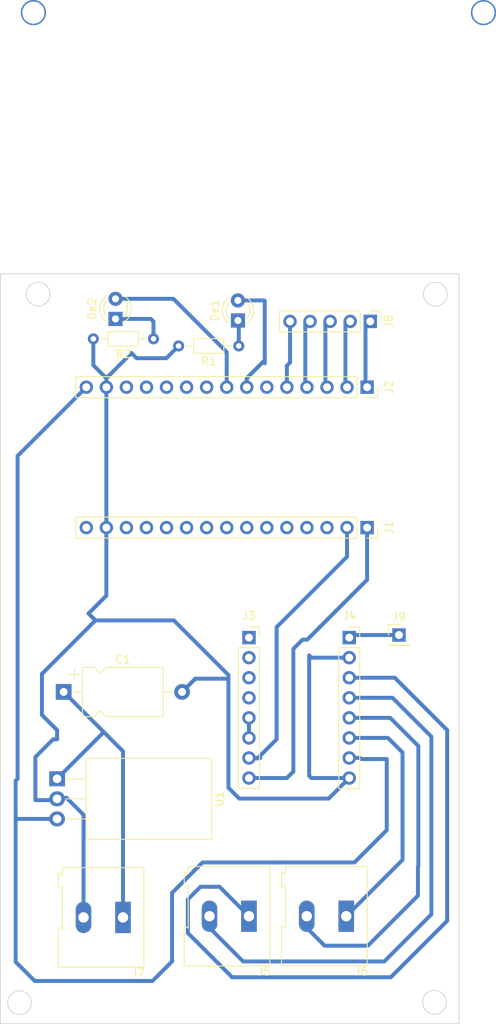
<source format=kicad_pcb>
(kicad_pcb (version 20221018) (generator pcbnew)
  (layers (0 "F.Cu" signal) (31 "B.Cu" signal) (34 "B.Paste" user) (35 "F.Paste" user) (36 "B.SilkS" user "B.Silkscreen") (37 "F.SilkS" user "F.Silkscreen") (38 "B.Mask" user) (39 "F.Mask" user) (44 "Edge.Cuts" user))
  (net 0 "")
  (net 1 "GND")
  (net 7 "12V+")
  (net 11 "Net-(De2-K)")
  (net 12 "Net-(De2-A)")
  (net 16 "step")
  (net 17 "Net-(De1-K)")
  (net 18 "Net-(De1-A)")
  (net 23 "Net-(J3-Pin_5)")
  (net 24 "Net-(J4-Pin_3)")
  (net 25 "Net-(J4-Pin_4)")
  (net 26 "Net-(J4-Pin_5)")
  (net 27 "Net-(J4-Pin_6)")
  (net 29 "dir")
  (net 34 "VDD")
  (net 35 "Net-(J2-Pin_1)")
  (net 36 "Net-(J2-Pin_2)")
  (net 37 "Net-(J2-Pin_3)")
  (net 38 "Net-(J2-Pin_4)")
  (net 39 "Net-(J2-Pin_5)")
  (net 40 "Net-(J4-Pin_1)")
  (footprint "Connector_PinSocket_2.54mm:PinSocket_1x08_P2.54mm_Vertical" (layer "F.Cu") (at 127 117.125)
    (fp_text reference "J4" (at 0 -2.77) (layer "F.SilkS"))
    (fp_text value "Conn_01x08_Socket")
    (fp_line (start -1.33 1.27) (end -1.33 19.11) (stroke (width 0.12)) (layer "F.SilkS"))
    (fp_line (start -1.33 1.27) (end 1.33 1.27) (stroke (width 0.12)) (layer "F.SilkS"))
    (fp_line (start -1.33 19.11) (end 1.33 19.11) (stroke (width 0.12)) (layer "F.SilkS"))
    (fp_line (start 0 -1.33) (end 1.33 -1.33) (stroke (width 0.12)) (layer "F.SilkS"))
    (fp_line (start 1.33 -1.33) (end 1.33 0) (stroke (width 0.12)) (layer "F.SilkS"))
    (fp_line (start 1.33 1.27) (end 1.33 19.11) (stroke (width 0.12)) (layer "F.SilkS"))
    (pad "1" thru_hole rect (at 0 0) (size 1.7 1.7) (drill 1) (layers "*.Cu" "*.Mask") (net 40 "Net-(J4-Pin_1)"))
    (pad "2" thru_hole oval (at 0 2.54) (size 1.7 1.7) (drill 1) (layers "*.Cu" "*.Mask") (net 1 "GND"))
    (pad "3" thru_hole oval (at 0 5.08) (size 1.7 1.7) (drill 1) (layers "*.Cu" "*.Mask") (net 24 "Net-(J4-Pin_3)"))
    (pad "4" thru_hole oval (at 0 7.62) (size 1.7 1.7) (drill 1) (layers "*.Cu" "*.Mask") (net 25 "Net-(J4-Pin_4)"))
    (pad "5" thru_hole oval (at 0 10.16) (size 1.7 1.7) (drill 1) (layers "*.Cu" "*.Mask") (net 26 "Net-(J4-Pin_5)"))
    (pad "6" thru_hole oval (at 0 12.7) (size 1.7 1.7) (drill 1) (layers "*.Cu" "*.Mask") (net 27 "Net-(J4-Pin_6)"))
    (pad "7" thru_hole oval (at 0 15.24) (size 1.7 1.7) (drill 1) (layers "*.Cu" "*.Mask") (net 34 "VDD"))
    (pad "8" thru_hole oval (at 0 17.78) (size 1.7 1.7) (drill 1) (layers "*.Cu" "*.Mask") (net 1 "GND"))
  )
  (footprint "Connector_PinSocket_2.54mm:PinSocket_1x08_P2.54mm_Vertical" (layer "F.Cu") (at 114.3 117.125)
    (fp_text reference "J3" (at 0 -2.77) (layer "F.SilkS"))
    (fp_text value "Conn_01x08_Socket" hide)
    (fp_line (start -1.33 1.27) (end -1.33 19.11) (stroke (width 0.12)) (layer "F.SilkS"))
    (fp_line (start -1.33 1.27) (end 1.33 1.27) (stroke (width 0.12)) (layer "F.SilkS"))
    (fp_line (start -1.33 19.11) (end 1.33 19.11) (stroke (width 0.12)) (layer "F.SilkS"))
    (fp_line (start 0 -1.33) (end 1.33 -1.33) (stroke (width 0.12)) (layer "F.SilkS"))
    (fp_line (start 1.33 -1.33) (end 1.33 0) (stroke (width 0.12)) (layer "F.SilkS"))
    (fp_line (start 1.33 1.27) (end 1.33 19.11) (stroke (width 0.12)) (layer "F.SilkS"))
    (pad "1" thru_hole rect (at 0 0) (size 1.7 1.7) (drill 1) (layers "*.Cu" "*.Mask"))
    (pad "2" thru_hole oval (at 0 2.54) (size 1.7 1.7) (drill 1) (layers "*.Cu" "*.Mask"))
    (pad "3" thru_hole oval (at 0 5.08) (size 1.7 1.7) (drill 1) (layers "*.Cu" "*.Mask"))
    (pad "4" thru_hole oval (at 0 7.62) (size 1.7 1.7) (drill 1) (layers "*.Cu" "*.Mask"))
    (pad "5" thru_hole oval (at 0 10.16) (size 1.7 1.7) (drill 1) (layers "*.Cu" "*.Mask") (net 23 "Net-(J3-Pin_5)"))
    (pad "6" thru_hole oval (at 0 12.7) (size 1.7 1.7) (drill 1) (layers "*.Cu" "*.Mask") (net 23 "Net-(J3-Pin_5)"))
    (pad "7" thru_hole oval (at 0 15.24) (size 1.7 1.7) (drill 1) (layers "*.Cu" "*.Mask") (net 16 "step"))
    (pad "8" thru_hole oval (at 0 17.78) (size 1.7 1.7) (drill 1) (layers "*.Cu" "*.Mask") (net 29 "dir"))
  )
  (footprint "TerminalBlock:TerminalBlock_Altech_AK300-2_P5.00mm" (layer "F.Cu") (at 98.3488 152.5524 180)
    (fp_text reference "J7" (at -1.92 -6.99) (layer "F.SilkS"))
    (fp_text value "Screw_Terminal_01x02")
    (fp_line (start -2.65 -6.3) (end -2.65 6.3) (stroke (width 0.12)) (layer "F.SilkS"))
    (fp_line (start -2.65 6.3) (end 7.7 6.3) (stroke (width 0.12)) (layer "F.SilkS"))
    (fp_line (start 7.7 -1.5) (end 8.2 -1.2) (stroke (width 0.12)) (layer "F.SilkS"))
    (fp_line (start 7.7 3.9) (end 7.7 -1.5) (stroke (width 0.12)) (layer "F.SilkS"))
    (fp_line (start 7.7 5.35) (end 8.2 5.6) (stroke (width 0.12)) (layer "F.SilkS"))
    (fp_line (start 7.7 6.3) (end 7.7 5.35) (stroke (width 0.12)) (layer "F.SilkS"))
    (fp_line (start 8.2 -6.3) (end -2.65 -6.3) (stroke (width 0.12)) (layer "F.SilkS"))
    (fp_line (start 8.2 -1.2) (end 8.2 -6.3) (stroke (width 0.12)) (layer "F.SilkS"))
    (fp_line (start 8.2 3.65) (end 7.7 3.9) (stroke (width 0.12)) (layer "F.SilkS"))
    (fp_line (start 8.2 3.7) (end 8.2 3.65) (stroke (width 0.12)) (layer "F.SilkS"))
    (fp_line (start 8.2 5.6) (end 8.2 3.7) (stroke (width 0.12)) (layer "F.SilkS"))
    (pad "1" thru_hole rect (at 0 0 180) (size 1.98 3.96) (drill 1.32) (layers "*.Cu" "*.Mask") (net 7 "12V+"))
    (pad "2" thru_hole oval (at 5 0 180) (size 1.98 3.96) (drill 1.32) (layers "*.Cu" "*.Mask") (net 1 "GND"))
  )
  (footprint "LED_THT:LED_D3.0mm_Clear" (layer "F.Cu") (at 112.9 76.975 90)
    (fp_text reference "De1" (at 1.27 -2.96 90) (layer "F.SilkS"))
    (fp_text value "LED")
    (fp_line (start -0.29 -1.236) (end -0.29 -1.08) (stroke (width 0.12)) (layer "F.SilkS"))
    (fp_line (start -0.29 1.08) (end -0.29 1.236) (stroke (width 0.12)) (layer "F.SilkS"))
    (fp_arc (start -0.29 -1.235516) (mid 1.366487 -1.987659) (end 2.942335 -1.078608) (stroke (width 0.12)) (layer "F.SilkS"))
    (fp_arc (start 0.229039 -1.08) (mid 1.270117 -1.5) (end 2.31113 -1.079837) (stroke (width 0.12)) (layer "F.SilkS"))
    (fp_arc (start 2.31113 1.079837) (mid 1.270117 1.5) (end 0.229039 1.08) (stroke (width 0.12)) (layer "F.SilkS"))
    (fp_arc (start 2.942335 1.078608) (mid 1.366487 1.987659) (end -0.29 1.235516) (stroke (width 0.12)) (layer "F.SilkS"))
    (pad "1" thru_hole rect (at 0 0 90) (size 1.8 1.8) (drill 0.9) (layers "*.Cu" "*.Mask") (net 17 "Net-(De1-K)"))
    (pad "2" thru_hole circle (at 2.54 0 90) (size 1.8 1.8) (drill 0.9) (layers "*.Cu" "*.Mask") (net 18 "Net-(De1-A)"))
  )
  (footprint "Connector_PinHeader_2.54mm:PinHeader_1x01_P2.54mm_Vertical" (layer "F.Cu") (at 133.3 116.8)
    (fp_text reference "J9" (at 0 -2.33) (layer "F.SilkS"))
    (fp_text value "PicKit")
    (fp_line (start -1.33 -1.33) (end 0 -1.33) (stroke (width 0.12)) (layer "F.SilkS"))
    (fp_line (start -1.33 0) (end -1.33 -1.33) (stroke (width 0.12)) (layer "F.SilkS"))
    (fp_line (start -1.33 1.27) (end -1.33 1.33) (stroke (width 0.12)) (layer "F.SilkS"))
    (fp_line (start -1.33 1.27) (end 1.33 1.27) (stroke (width 0.12)) (layer "F.SilkS"))
    (fp_line (start -1.33 1.33) (end 1.33 1.33) (stroke (width 0.12)) (layer "F.SilkS"))
    (fp_line (start 1.33 1.27) (end 1.33 1.33) (stroke (width 0.12)) (layer "F.SilkS"))
    (pad "1" thru_hole rect (at 0 0) (size 1.7 1.7) (drill 1) (layers "*.Cu" "*.Mask") (net 40 "Net-(J4-Pin_1)"))
  )
  (footprint "Capacitor_THT:CP_Axial_L10.0mm_D6.0mm_P15.00mm_Horizontal" (layer "F.Cu") (at 90.8304 124.0028)
    (fp_text reference "C1" (at 7.5 -4.12) (layer "F.SilkS"))
    (fp_text value "100u")
    (fp_line (start 0.63 -2.2) (end 2.13 -2.2) (stroke (width 0.12)) (layer "F.SilkS"))
    (fp_line (start 1.24 0) (end 2.38 0) (stroke (width 0.12)) (layer "F.SilkS"))
    (fp_line (start 1.38 -2.95) (end 1.38 -1.45) (stroke (width 0.12)) (layer "F.SilkS"))
    (fp_line (start 2.38 -3.12) (end 2.38 3.12) (stroke (width 0.12)) (layer "F.SilkS"))
    (fp_line (start 2.38 -3.12) (end 3.88 -3.12) (stroke (width 0.12)) (layer "F.SilkS"))
    (fp_line (start 2.38 3.12) (end 3.88 3.12) (stroke (width 0.12)) (layer "F.SilkS"))
    (fp_line (start 3.88 -3.12) (end 4.63 -2.37) (stroke (width 0.12)) (layer "F.SilkS"))
    (fp_line (start 3.88 3.12) (end 4.63 2.37) (stroke (width 0.12)) (layer "F.SilkS"))
    (fp_line (start 4.63 -2.37) (end 5.38 -3.12) (stroke (width 0.12)) (layer "F.SilkS"))
    (fp_line (start 4.63 2.37) (end 5.38 3.12) (stroke (width 0.12)) (layer "F.SilkS"))
    (fp_line (start 5.38 -3.12) (end 12.62 -3.12) (stroke (width 0.12)) (layer "F.SilkS"))
    (fp_line (start 5.38 3.12) (end 12.62 3.12) (stroke (width 0.12)) (layer "F.SilkS"))
    (fp_line (start 12.62 -3.12) (end 12.62 3.12) (stroke (width 0.12)) (layer "F.SilkS"))
    (fp_line (start 13.76 0) (end 12.62 0) (stroke (width 0.12)) (layer "F.SilkS"))
    (pad "1" thru_hole rect (at 0 0) (size 2 2) (drill 1) (layers "*.Cu" "*.Mask") (net 7 "12V+"))
    (pad "2" thru_hole oval (at 15 0) (size 2 2) (drill 1) (layers "*.Cu" "*.Mask") (net 1 "GND"))
  )
  (footprint "TerminalBlock:TerminalBlock_Altech_AK300-2_P5.00mm" (layer "F.Cu") (at 114.3 152.4 180)
    (fp_text reference "J5" (at -1.92 -6.99) (layer "F.SilkS"))
    (fp_text value "Screw_Terminal_01x02" hide)
    (fp_line (start -2.65 -6.3) (end -2.65 6.3) (stroke (width 0.12)) (layer "F.SilkS"))
    (fp_line (start -2.65 6.3) (end 7.7 6.3) (stroke (width 0.12)) (layer "F.SilkS"))
    (fp_line (start 7.7 -1.5) (end 8.2 -1.2) (stroke (width 0.12)) (layer "F.SilkS"))
    (fp_line (start 7.7 3.9) (end 7.7 -1.5) (stroke (width 0.12)) (layer "F.SilkS"))
    (fp_line (start 7.7 5.35) (end 8.2 5.6) (stroke (width 0.12)) (layer "F.SilkS"))
    (fp_line (start 7.7 6.3) (end 7.7 5.35) (stroke (width 0.12)) (layer "F.SilkS"))
    (fp_line (start 8.2 -6.3) (end -2.65 -6.3) (stroke (width 0.12)) (layer "F.SilkS"))
    (fp_line (start 8.2 -1.2) (end 8.2 -6.3) (stroke (width 0.12)) (layer "F.SilkS"))
    (fp_line (start 8.2 3.65) (end 7.7 3.9) (stroke (width 0.12)) (layer "F.SilkS"))
    (fp_line (start 8.2 3.7) (end 8.2 3.65) (stroke (width 0.12)) (layer "F.SilkS"))
    (fp_line (start 8.2 5.6) (end 8.2 3.7) (stroke (width 0.12)) (layer "F.SilkS"))
    (pad "1" thru_hole rect (at 0 0 180) (size 1.98 3.96) (drill 1.32) (layers "*.Cu" "*.Mask") (net 24 "Net-(J4-Pin_3)"))
    (pad "2" thru_hole oval (at 5 0 180) (size 1.98 3.96) (drill 1.32) (layers "*.Cu" "*.Mask") (net 25 "Net-(J4-Pin_4)"))
  )
  (footprint "LED_THT:LED_D3.0mm_Clear" (layer "F.Cu") (at 97.4 76.775 90)
    (fp_text reference "De2" (at 1.27 -2.96 90) (layer "F.SilkS"))
    (fp_text value "LED")
    (fp_line (start -0.29 -1.236) (end -0.29 -1.08) (stroke (width 0.12)) (layer "F.SilkS"))
    (fp_line (start -0.29 1.08) (end -0.29 1.236) (stroke (width 0.12)) (layer "F.SilkS"))
    (fp_arc (start -0.29 -1.235516) (mid 1.366487 -1.987659) (end 2.942335 -1.078608) (stroke (width 0.12)) (layer "F.SilkS"))
    (fp_arc (start 0.229039 -1.08) (mid 1.270117 -1.5) (end 2.31113 -1.079837) (stroke (width 0.12)) (layer "F.SilkS"))
    (fp_arc (start 2.31113 1.079837) (mid 1.270117 1.5) (end 0.229039 1.08) (stroke (width 0.12)) (layer "F.SilkS"))
    (fp_arc (start 2.942335 1.078608) (mid 1.366487 1.987659) (end -0.29 1.235516) (stroke (width 0.12)) (layer "F.SilkS"))
    (pad "1" thru_hole rect (at 0 0 90) (size 1.8 1.8) (drill 0.9) (layers "*.Cu" "*.Mask") (net 11 "Net-(De2-K)"))
    (pad "2" thru_hole circle (at 2.54 0 90) (size 1.8 1.8) (drill 0.9) (layers "*.Cu" "*.Mask") (net 12 "Net-(De2-A)"))
  )
  (footprint "Connector_PinSocket_2.54mm:PinSocket_1x15_P2.54mm_Vertical" (layer "F.Cu") (at 129.26 103.2 -90)
    (fp_text reference "J1" (at 0 -2.77 -270) (layer "F.SilkS"))
    (fp_text value "Conn_01x15_Socket" hide)
    (fp_line (start -1.33 1.27) (end -1.33 36.89) (stroke (width 0.12)) (layer "F.SilkS"))
    (fp_line (start -1.33 1.27) (end 1.33 1.27) (stroke (width 0.12)) (layer "F.SilkS"))
    (fp_line (start -1.33 36.89) (end 1.33 36.89) (stroke (width 0.12)) (layer "F.SilkS"))
    (fp_line (start 0 -1.33) (end 1.33 -1.33) (stroke (width 0.12)) (layer "F.SilkS"))
    (fp_line (start 1.33 -1.33) (end 1.33 0) (stroke (width 0.12)) (layer "F.SilkS"))
    (fp_line (start 1.33 1.27) (end 1.33 36.89) (stroke (width 0.12)) (layer "F.SilkS"))
    (pad "1" thru_hole rect (at 0 0 270) (size 1.7 1.7) (drill 1) (layers "*.Cu" "*.Mask") (net 29 "dir"))
    (pad "2" thru_hole oval (at 0 2.54 270) (size 1.7 1.7) (drill 1) (layers "*.Cu" "*.Mask") (net 16 "step"))
    (pad "3" thru_hole oval (at 0 5.08 270) (size 1.7 1.7) (drill 1) (layers "*.Cu" "*.Mask"))
    (pad "4" thru_hole oval (at 0 7.62 270) (size 1.7 1.7) (drill 1) (layers "*.Cu" "*.Mask"))
    (pad "5" thru_hole oval (at 0 10.16 270) (size 1.7 1.7) (drill 1) (layers "*.Cu" "*.Mask"))
    (pad "6" thru_hole oval (at 0 12.7 270) (size 1.7 1.7) (drill 1) (layers "*.Cu" "*.Mask"))
    (pad "7" thru_hole oval (at 0 15.24 270) (size 1.7 1.7) (drill 1) (layers "*.Cu" "*.Mask"))
    (pad "8" thru_hole oval (at 0 17.78 270) (size 1.7 1.7) (drill 1) (layers "*.Cu" "*.Mask"))
    (pad "9" thru_hole oval (at 0 20.32 270) (size 1.7 1.7) (drill 1) (layers "*.Cu" "*.Mask"))
    (pad "10" thru_hole oval (at 0 22.86 270) (size 1.7 1.7) (drill 1) (layers "*.Cu" "*.Mask"))
    (pad "11" thru_hole oval (at 0 25.4 270) (size 1.7 1.7) (drill 1) (layers "*.Cu" "*.Mask"))
    (pad "12" thru_hole oval (at 0 27.94 270) (size 1.7 1.7) (drill 1) (layers "*.Cu" "*.Mask"))
    (pad "13" thru_hole oval (at 0 30.48 270) (size 1.7 1.7) (drill 1) (layers "*.Cu" "*.Mask"))
    (pad "14" thru_hole oval (at 0 33.02 270) (size 1.7 1.7) (drill 1) (layers "*.Cu" "*.Mask") (net 1 "GND"))
    (pad "15" thru_hole oval (at 0 35.56 270) (size 1.7 1.7) (drill 1) (layers "*.Cu" "*.Mask"))
  )
  (footprint "Resistor_THT:R_Axial_DIN0204_L3.6mm_D1.6mm_P7.62mm_Horizontal" (layer "F.Cu") (at 113.01 80.2 180)
    (fp_text reference "R1" (at 3.81 -1.92) (layer "F.SilkS"))
    (fp_text value "330")
    (fp_line (start 0.94 0) (end 1.89 0) (stroke (width 0.12)) (layer "F.SilkS"))
    (fp_line (start 1.89 -0.92) (end 1.89 0.92) (stroke (width 0.12)) (layer "F.SilkS"))
    (fp_line (start 1.89 0.92) (end 5.73 0.92) (stroke (width 0.12)) (layer "F.SilkS"))
    (fp_line (start 5.73 -0.92) (end 1.89 -0.92) (stroke (width 0.12)) (layer "F.SilkS"))
    (fp_line (start 5.73 0.92) (end 5.73 -0.92) (stroke (width 0.12)) (layer "F.SilkS"))
    (fp_line (start 6.68 0) (end 5.73 0) (stroke (width 0.12)) (layer "F.SilkS"))
    (pad "1" thru_hole circle (at 0 0 180) (size 1.4 1.4) (drill 0.7) (layers "*.Cu" "*.Mask") (net 17 "Net-(De1-K)"))
    (pad "2" thru_hole oval (at 7.62 0 180) (size 1.4 1.4) (drill 0.7) (layers "*.Cu" "*.Mask") (net 1 "GND"))
  )
  (footprint "Package_TO_SOT_THT:TO-220-3_Horizontal_TabDown" (layer "F.Cu") (at 90 135 -90)
    (fp_text reference "U1" (at 2.54 -20.58 90) (layer "F.SilkS"))
    (fp_text value "LM7805_TO220")
    (fp_line (start -2.58 -19.58) (end -2.58 -3.69) (stroke (width 0.12)) (layer "F.SilkS"))
    (fp_line (start -2.58 -19.58) (end 7.66 -19.58) (stroke (width 0.12)) (layer "F.SilkS"))
    (fp_line (start -2.58 -3.69) (end 7.66 -3.69) (stroke (width 0.12)) (layer "F.SilkS"))
    (fp_line (start 0 -3.69) (end 0 -1.15) (stroke (width 0.12)) (layer "F.SilkS"))
    (fp_line (start 2.54 -3.69) (end 2.54 -1.15) (stroke (width 0.12)) (layer "F.SilkS"))
    (fp_line (start 5.08 -3.69) (end 5.08 -1.15) (stroke (width 0.12)) (layer "F.SilkS"))
    (fp_line (start 7.66 -19.58) (end 7.66 -3.69) (stroke (width 0.12)) (layer "F.SilkS"))
    (pad "" np_thru_hole oval (at 2.54 -16.66 270) (size 3.5 3.5) (drill 3.5) (layers "*.Cu" "*.Mask"))
    (pad "1" thru_hole rect (at 0 0 270) (size 1.905 2) (drill 1.1) (layers "*.Cu" "*.Mask") (net 7 "12V+"))
    (pad "2" thru_hole oval (at 2.54 0 270) (size 1.905 2) (drill 1.1) (layers "*.Cu" "*.Mask") (net 1 "GND"))
    (pad "3" thru_hole oval (at 5.08 0 270) (size 1.905 2) (drill 1.1) (layers "*.Cu" "*.Mask") (net 34 "VDD"))
  )
  (footprint "Connector_PinHeader_2.54mm:PinHeader_1x05_P2.54mm_Vertical" (layer "F.Cu") (at 129.66 77.0888 -90)
    (fp_text reference "J8" (at 0 -2.33 90) (layer "F.SilkS"))
    (fp_text value "PicKit")
    (fp_line (start -1.33 -1.33) (end 0 -1.33) (stroke (width 0.12)) (layer "F.SilkS"))
    (fp_line (start -1.33 0) (end -1.33 -1.33) (stroke (width 0.12)) (layer "F.SilkS"))
    (fp_line (start -1.33 1.27) (end -1.33 11.49) (stroke (width 0.12)) (layer "F.SilkS"))
    (fp_line (start -1.33 1.27) (end 1.33 1.27) (stroke (width 0.12)) (layer "F.SilkS"))
    (fp_line (start -1.33 11.49) (end 1.33 11.49) (stroke (width 0.12)) (layer "F.SilkS"))
    (fp_line (start 1.33 1.27) (end 1.33 11.49) (stroke (width 0.12)) (layer "F.SilkS"))
    (pad "1" thru_hole rect (at 0 0 270) (size 1.7 1.7) (drill 1) (layers "*.Cu" "*.Mask") (net 35 "Net-(J2-Pin_1)"))
    (pad "2" thru_hole oval (at 0 2.54 270) (size 1.7 1.7) (drill 1) (layers "*.Cu" "*.Mask") (net 36 "Net-(J2-Pin_2)"))
    (pad "3" thru_hole oval (at 0 5.08 270) (size 1.7 1.7) (drill 1) (layers "*.Cu" "*.Mask") (net 37 "Net-(J2-Pin_3)"))
    (pad "4" thru_hole oval (at 0 7.62 270) (size 1.7 1.7) (drill 1) (layers "*.Cu" "*.Mask") (net 38 "Net-(J2-Pin_4)"))
    (pad "5" thru_hole oval (at 0 10.16 270) (size 1.7 1.7) (drill 1) (layers "*.Cu" "*.Mask") (net 39 "Net-(J2-Pin_5)"))
  )
  (footprint "Resistor_THT:R_Axial_DIN0204_L3.6mm_D1.6mm_P7.62mm_Horizontal" (layer "F.Cu") (at 102.21 79.3 180)
    (fp_text reference "R2" (at 3.81 -1.92) (layer "F.SilkS"))
    (fp_text value "330")
    (fp_line (start 0.94 0) (end 1.89 0) (stroke (width 0.12)) (layer "F.SilkS"))
    (fp_line (start 1.89 -0.92) (end 1.89 0.92) (stroke (width 0.12)) (layer "F.SilkS"))
    (fp_line (start 1.89 0.92) (end 5.73 0.92) (stroke (width 0.12)) (layer "F.SilkS"))
    (fp_line (start 5.73 -0.92) (end 1.89 -0.92) (stroke (width 0.12)) (layer "F.SilkS"))
    (fp_line (start 5.73 0.92) (end 5.73 -0.92) (stroke (width 0.12)) (layer "F.SilkS"))
    (fp_line (start 6.68 0) (end 5.73 0) (stroke (width 0.12)) (layer "F.SilkS"))
    (pad "1" thru_hole circle (at 0 0 180) (size 1.4 1.4) (drill 0.7) (layers "*.Cu" "*.Mask") (net 11 "Net-(De2-K)"))
    (pad "2" thru_hole oval (at 7.62 0 180) (size 1.4 1.4) (drill 0.7) (layers "*.Cu" "*.Mask") (net 1 "GND"))
  )
  (footprint "TerminalBlock:TerminalBlock_Altech_AK300-2_P5.00mm" (layer "F.Cu") (at 126.62 152.4 180)
    (fp_text reference "J6" (at -1.92 -6.99) (layer "F.SilkS"))
    (fp_text value "Screw_Terminal_01x02" hide)
    (fp_line (start -2.65 -6.3) (end -2.65 6.3) (stroke (width 0.12)) (layer "F.SilkS"))
    (fp_line (start -2.65 6.3) (end 7.7 6.3) (stroke (width 0.12)) (layer "F.SilkS"))
    (fp_line (start 7.7 -1.5) (end 8.2 -1.2) (stroke (width 0.12)) (layer "F.SilkS"))
    (fp_line (start 7.7 3.9) (end 7.7 -1.5) (stroke (width 0.12)) (layer "F.SilkS"))
    (fp_line (start 7.7 5.35) (end 8.2 5.6) (stroke (width 0.12)) (layer "F.SilkS"))
    (fp_line (start 7.7 6.3) (end 7.7 5.35) (stroke (width 0.12)) (layer "F.SilkS"))
    (fp_line (start 8.2 -6.3) (end -2.65 -6.3) (stroke (width 0.12)) (layer "F.SilkS"))
    (fp_line (start 8.2 -1.2) (end 8.2 -6.3) (stroke (width 0.12)) (layer "F.SilkS"))
    (fp_line (start 8.2 3.65) (end 7.7 3.9) (stroke (width 0.12)) (layer "F.SilkS"))
    (fp_line (start 8.2 3.7) (end 8.2 3.65) (stroke (width 0.12)) (layer "F.SilkS"))
    (fp_line (start 8.2 5.6) (end 8.2 3.7) (stroke (width 0.12)) (layer "F.SilkS"))
    (pad "1" thru_hole rect (at 0 0 180) (size 1.98 3.96) (drill 1.32) (layers "*.Cu" "*.Mask") (net 27 "Net-(J4-Pin_6)"))
    (pad "2" thru_hole oval (at 5 0 180) (size 1.98 3.96) (drill 1.32) (layers "*.Cu" "*.Mask") (net 26 "Net-(J4-Pin_5)"))
  )
  (footprint "Connector_PinSocket_2.54mm:PinSocket_1x15_P2.54mm_Vertical" (layer "F.Cu") (at 129.26 85.42 -90)
    (fp_text reference "J2" (at 0 -2.77 -270) (layer "F.SilkS"))
    (fp_text value "Conn_01x15_Socket" hide)
    (fp_line (start -1.33 1.27) (end -1.33 36.89) (stroke (width 0.12)) (layer "F.SilkS"))
    (fp_line (start -1.33 1.27) (end 1.33 1.27) (stroke (width 0.12)) (layer "F.SilkS"))
    (fp_line (start -1.33 36.89) (end 1.33 36.89) (stroke (width 0.12)) (layer "F.SilkS"))
    (fp_line (start 0 -1.33) (end 1.33 -1.33) (stroke (width 0.12)) (layer "F.SilkS"))
    (fp_line (start 1.33 -1.33) (end 1.33 0) (stroke (width 0.12)) (layer "F.SilkS"))
    (fp_line (start 1.33 1.27) (end 1.33 36.89) (stroke (width 0.12)) (layer "F.SilkS"))
    (pad "1" thru_hole rect (at 0 0 270) (size 1.7 1.7) (drill 1) (layers "*.Cu" "*.Mask") (net 35 "Net-(J2-Pin_1)"))
    (pad "2" thru_hole oval (at 0 2.54 270) (size 1.7 1.7) (drill 1) (layers "*.Cu" "*.Mask") (net 36 "Net-(J2-Pin_2)"))
    (pad "3" thru_hole oval (at 0 5.08 270) (size 1.7 1.7) (drill 1) (layers "*.Cu" "*.Mask") (net 37 "Net-(J2-Pin_3)"))
    (pad "4" thru_hole oval (at 0 7.62 270) (size 1.7 1.7) (drill 1) (layers "*.Cu" "*.Mask") (net 38 "Net-(J2-Pin_4)"))
    (pad "5" thru_hole oval (at 0 10.16 270) (size 1.7 1.7) (drill 1) (layers "*.Cu" "*.Mask") (net 39 "Net-(J2-Pin_5)"))
    (pad "6" thru_hole oval (at 0 12.7 270) (size 1.7 1.7) (drill 1) (layers "*.Cu" "*.Mask"))
    (pad "7" thru_hole oval (at 0 15.24 270) (size 1.7 1.7) (drill 1) (layers "*.Cu" "*.Mask") (net 18 "Net-(De1-A)"))
    (pad "8" thru_hole oval (at 0 17.78 270) (size 1.7 1.7) (drill 1) (layers "*.Cu" "*.Mask") (net 12 "Net-(De2-A)"))
    (pad "9" thru_hole oval (at 0 20.32 270) (size 1.7 1.7) (drill 1) (layers "*.Cu" "*.Mask"))
    (pad "10" thru_hole oval (at 0 22.86 270) (size 1.7 1.7) (drill 1) (layers "*.Cu" "*.Mask"))
    (pad "11" thru_hole oval (at 0 25.4 270) (size 1.7 1.7) (drill 1) (layers "*.Cu" "*.Mask"))
    (pad "12" thru_hole oval (at 0 27.94 270) (size 1.7 1.7) (drill 1) (layers "*.Cu" "*.Mask"))
    (pad "13" thru_hole oval (at 0 30.48 270) (size 1.7 1.7) (drill 1) (layers "*.Cu" "*.Mask"))
    (pad "14" thru_hole oval (at 0 33.02 270) (size 1.7 1.7) (drill 1) (layers "*.Cu" "*.Mask") (net 1 "GND"))
    (pad "15" thru_hole oval (at 0 35.56 270) (size 1.7 1.7) (drill 1) (layers "*.Cu" "*.Mask") (net 34 "VDD"))
  )
  (gr_circle (center 87 38) (end 88.5 38) (stroke (width 0.2)) (fill none) (layer "B.Cu"))
  (gr_circle (center 144 38) (end 145.5 38) (stroke (width 0.2)) (fill none) (layer "B.Cu"))
  (gr_circle (center 87.6 73.646671) (end 89.1 73.746671) (stroke (width 0.1)) (fill none) (layer "Edge.Cuts"))
  (gr_circle (center 85.25 163.35) (end 86.75 163.45) (stroke (width 0.1)) (fill none) (layer "Edge.Cuts"))
  (gr_circle (center 137.8 163.3) (end 139.3 163.4) (stroke (width 0.1)) (fill none) (layer "Edge.Cuts"))
  (gr_circle (center 137.903329 73.65) (end 139.403329 73.75) (stroke (width 0.1)) (fill none) (layer "Edge.Cuts"))
  (gr_rect (start 82.8208 71.0656) (end 140.906 166.0056) (stroke (width 0.1)) (fill none) (layer "Edge.Cuts"))
  (segment (start 96.24 111.816) (end 96.24 103.2) (width 0.5) (layer "B.Cu") (net 1))
  (segment (start 93.98 114.076) (end 94.854 114.95) (width 0.5) (layer "B.Cu") (net 1))
  (segment (start 103.84 81.75) (end 105.39 80.2) (width 0.5) (layer "B.Cu") (net 1))
  (segment (start 93.3488 139.559388) (end 91.166912 137.3775) (width 0.5) (layer "B.Cu") (net 1))
  (segment (start 124.4 137.505) (end 113.065 137.505) (width 0.5) (layer "B.Cu") (net 1))
  (segment (start 93.3488 152.5524) (end 93.3488 139.559388) (width 0.5) (layer "B.Cu") (net 1))
  (segment (start 96.24 84.283044) (end 96.24 85.42) (width 0.5) (layer "B.Cu") (net 1))
  (segment (start 94.59 82.633044) (end 96.24 84.283044) (width 0.5) (layer "B.Cu") (net 1))
  (segment (start 99.423044 81.1) (end 96.24 84.283044) (width 0.5) (layer "B.Cu") (net 1))
  (segment (start 104.79 114.95) (end 94.854 114.95) (width 0.5) (layer "B.Cu") (net 1))
  (segment (start 96.24 85.42) (end 96.24 103.2) (width 0.5) (layer "B.Cu") (net 1))
  (segment (start 111.7 136.14) (end 111.7 122.3264) (width 0.5) (layer "B.Cu") (net 1))
  (segment (start 93.98 114.076) (end 96.24 111.816) (width 0.5) (layer "B.Cu") (net 1))
  (segment (start 111.7 122.3264) (end 111.7 121.86) (width 0.5) (layer "B.Cu") (net 1))
  (segment (start 87.25 132.25) (end 89.5 130) (width 0.5) (layer "B.Cu") (net 1))
  (segment (start 90 128.8392) (end 88.0804 126.9196) (width 0.5) (layer "B.Cu") (net 1))
  (segment (start 90 137.54) (end 90 137.7025) (width 0.5) (layer "B.Cu") (net 1))
  (segment (start 122.205 119.665) (end 127 119.665) (width 0.5) (layer "B.Cu") (net 1))
  (segment (start 107.5068 122.3264) (end 111.7 122.3264) (width 0.5) (layer "B.Cu") (net 1))
  (segment (start 99.423044 81.1) (end 100.073044 81.75) (width 0.5) (layer "B.Cu") (net 1))
  (segment (start 90 137.7025) (end 87.25 137.7025) (width 0.5) (layer "B.Cu") (net 1))
  (segment (start 105.8304 124.0028) (end 107.5068 122.3264) (width 0.5) (layer "B.Cu") (net 1))
  (segment (start 89.5 130) (end 90 130) (width 0.5) (layer "B.Cu") (net 1))
  (segment (start 88.0804 126.9196) (end 88.0804 121.7236) (width 0.5) (layer "B.Cu") (net 1))
  (segment (start 121.92 119.38) (end 122.205 119.665) (width 0.5) (layer "B.Cu") (net 1))
  (segment (start 127 134.905) (end 124.4 137.505) (width 0.5) (layer "B.Cu") (net 1))
  (segment (start 127 134.905) (end 122.205 134.905) (width 0.5) (layer "B.Cu") (net 1))
  (segment (start 100.073044 81.75) (end 103.84 81.75) (width 0.5) (layer "B.Cu") (net 1))
  (segment (start 111.7 121.86) (end 104.79 114.95) (width 0.5) (layer "B.Cu") (net 1))
  (segment (start 88.0804 121.7236) (end 94.854 114.95) (width 0.5) (layer "B.Cu") (net 1))
  (segment (start 121.92 134.62) (end 121.92 119.38) (width 0.5) (layer "B.Cu") (net 1))
  (segment (start 122.205 134.905) (end 121.92 134.62) (width 0.5) (layer "B.Cu") (net 1))
  (segment (start 87.25 137.7025) (end 87.25 132.25) (width 0.5) (layer "B.Cu") (net 1))
  (segment (start 113.065 137.505) (end 111.7 136.14) (width 0.5) (layer "B.Cu") (net 1))
  (segment (start 90 130) (end 90 128.8392) (width 0.5) (layer "B.Cu") (net 1))
  (segment (start 94.59 79.3) (end 94.59 82.633044) (width 0.5) (layer "B.Cu") (net 1))
  (segment (start 90 135) (end 95.9138 129.0862) (width 0.5) (layer "B.Cu") (net 7))
  (segment (start 98.3488 152.5524) (end 98.3488 131.5212) (width 0.5) (layer "B.Cu") (net 7))
  (segment (start 98.3488 131.5212) (end 95.9138 129.0862) (width 0.5) (layer "B.Cu") (net 7))
  (segment (start 95.9138 129.0862) (end 90.8304 124.0028) (width 0.5) (layer "B.Cu") (net 7))
  (segment (start 102.21 79.3) (end 102.21 77.11) (width 0.5) (layer "B.Cu") (net 11))
  (segment (start 102.21 77.11) (end 102 76.9) (width 0.5) (layer "B.Cu") (net 11))
  (segment (start 101.875 76.775) (end 102 76.9) (width 0.5) (layer "B.Cu") (net 11))
  (segment (start 97.4 76.775) (end 101.875 76.775) (width 0.5) (layer "B.Cu") (net 11))
  (segment (start 104.735 74.235) (end 104.8 74.3) (width 0.5) (layer "B.Cu") (net 12))
  (segment (start 111.48 80.98) (end 111.48 85.42) (width 0.5) (layer "B.Cu") (net 12))
  (segment (start 97.4 74.235) (end 104.735 74.235) (width 0.5) (layer "B.Cu") (net 12))
  (segment (start 104.8 74.3) (end 111.48 80.98) (width 0.5) (layer "B.Cu") (net 12))
  (segment (start 115.376956 132.425) (end 114.36 132.425) (width 0.5) (layer "B.Cu") (net 16))
  (segment (start 117.8 130.001956) (end 115.376956 132.425) (width 0.5) (layer "B.Cu") (net 16))
  (segment (start 126.72 106.88) (end 117.8 115.8) (width 0.5) (layer "B.Cu") (net 16))
  (segment (start 126.72 103.2) (end 126.72 106.88) (width 0.5) (layer "B.Cu") (net 16))
  (segment (start 114.36 132.425) (end 114.3 132.365) (width 0.5) (layer "B.Cu") (net 16))
  (segment (start 114.3 132.365) (end 115.7422 132.365) (width 0.5) (layer "B.Cu") (net 16))
  (segment (start 117.8 115.8) (end 117.8 130.001956) (width 0.5) (layer "B.Cu") (net 16))
  (segment (start 113.01 77.085) (end 112.9 76.975) (width 0.5) (layer "B.Cu") (net 17))
  (segment (start 113.01 80.2) (end 113.01 77.085) (width 0.5) (layer "B.Cu") (net 17))
  (segment (start 113.01 80.39) (end 113 80.4) (width 0.5) (layer "B.Cu") (net 17))
  (segment (start 113.01 80.39) (end 113.01 80.2) (width 0.5) (layer "B.Cu") (net 17))
  (segment (start 114.02 85.42) (end 114.02 84.28) (width 0.5) (layer "B.Cu") (net 18))
  (segment (start 112.9 74.435) (end 116.235 74.435) (width 0.5) (layer "B.Cu") (net 18))
  (segment (start 114.02 84.28) (end 116.3 82) (width 0.5) (layer "B.Cu") (net 18))
  (segment (start 116.235 74.435) (end 116.3 74.5) (width 0.5) (layer "B.Cu") (net 18))
  (segment (start 116.3 74.5) (end 116.3 82.4) (width 0.5) (layer "B.Cu") (net 18))
  (segment (start 114.3 127.285) (end 114.3 129.825) (width 0.5) (layer "B.Cu") (net 23))
  (segment (start 110.57 148.67) (end 108.165055 148.67) (width 0.5) (layer "B.Cu") (net 24))
  (segment (start 106.56 150.275055) (end 106.56 154.524945) (width 0.5) (layer "B.Cu") (net 24))
  (segment (start 132.258428 160.13) (end 139.4 152.988428) (width 0.5) (layer "B.Cu") (net 24))
  (segment (start 139.4 128.83629) (end 132.768709 122.205) (width 0.5) (layer "B.Cu") (net 24))
  (segment (start 106.56 154.524945) (end 112.165055 160.13) (width 0.5) (layer "B.Cu") (net 24))
  (segment (start 108.165055 148.67) (end 106.56 150.275055) (width 0.5) (layer "B.Cu") (net 24))
  (segment (start 112.165055 160.13) (end 132.258428 160.13) (width 0.5) (layer "B.Cu") (net 24))
  (segment (start 139.4 152.988428) (end 139.4 128.83629) (width 0.5) (layer "B.Cu") (net 24))
  (segment (start 132.768709 122.205) (end 127 122.205) (width 0.5) (layer "B.Cu") (net 24))
  (segment (start 114.3 152.4) (end 110.57 148.67) (width 0.5) (layer "B.Cu") (net 24))
  (segment (start 137.4 152.16) (end 131.43 158.13) (width 0.5) (layer "B.Cu") (net 25))
  (segment (start 132.480283 124.745) (end 137.4 129.664717) (width 0.5) (layer "B.Cu") (net 25))
  (segment (start 113.56 158.13) (end 109.3 153.87) (width 0.5) (layer "B.Cu") (net 25))
  (segment (start 137.4 129.664717) (end 137.4 152.16) (width 0.5) (layer "B.Cu") (net 25))
  (segment (start 127 124.745) (end 132.480283 124.745) (width 0.5) (layer "B.Cu") (net 25))
  (segment (start 109.3 153.87) (end 109.3 152.4) (width 0.5) (layer "B.Cu") (net 25))
  (segment (start 131.43 158.13) (end 113.56 158.13) (width 0.5) (layer "B.Cu") (net 25))
  (segment (start 123.88 156.13) (end 121.62 153.87) (width 0.5) (layer "B.Cu") (net 26))
  (segment (start 127 127.285) (end 132.191855 127.285) (width 0.5) (layer "B.Cu") (net 26))
  (segment (start 135.75 146.098427) (end 135.7 146.148427) (width 0.5) (layer "B.Cu") (net 26))
  (segment (start 129.36 156.13) (end 123.88 156.13) (width 0.5) (layer "B.Cu") (net 26))
  (segment (start 135.7 146.148427) (end 135.7 149.79) (width 0.5) (layer "B.Cu") (net 26))
  (segment (start 135.7 149.79) (end 129.36 156.13) (width 0.5) (layer "B.Cu") (net 26))
  (segment (start 132.191855 127.285) (end 135.75 130.843146) (width 0.5) (layer "B.Cu") (net 26))
  (segment (start 135.75 130.843146) (end 135.75 146.098427) (width 0.5) (layer "B.Cu") (net 26))
  (segment (start 121.62 153.87) (end 121.62 152.4) (width 0.5) (layer "B.Cu") (net 26))
  (segment (start 133.75 145.27) (end 126.62 152.4) (width 0.5) (layer "B.Cu") (net 27))
  (segment (start 127 129.825) (end 131.903427 129.825) (width 0.5) (layer "B.Cu") (net 27))
  (segment (start 131.903427 129.825) (end 133.75 131.671573) (width 0.5) (layer "B.Cu") (net 27))
  (segment (start 133.75 131.671573) (end 133.75 145.27) (width 0.5) (layer "B.Cu") (net 27))
  (segment (start 119.095 134.905) (end 119.92 134.08) (width 0.5) (layer "B.Cu") (net 29))
  (segment (start 119.92 118.551573) (end 121.091573 117.38) (width 0.5) (layer "B.Cu") (net 29))
  (segment (start 119.92 134.08) (end 119.92 118.551573) (width 0.5) (layer "B.Cu") (net 29))
  (segment (start 121.6848 117.38) (end 129.26 109.8048) (width 0.5) (layer "B.Cu") (net 29))
  (segment (start 121.091573 117.38) (end 121.6848 117.38) (width 0.5) (layer "B.Cu") (net 29))
  (segment (start 114.3 134.905) (end 119.095 134.905) (width 0.5) (layer "B.Cu") (net 29))
  (segment (start 129.26 109.8048) (end 129.26 103.2) (width 0.5) (layer "B.Cu") (net 29))
  (segment (start 85 94.12) (end 93.7 85.42) (width 0.5) (layer "B.Cu") (net 34))
  (segment (start 128.5 132.5) (end 131.75 132.5) (width 0.5) (layer "B.Cu") (net 34))
  (segment (start 108.413828 145.5928) (end 104.56 149.446628) (width 0.5) (layer "B.Cu") (net 34))
  (segment (start 127 132.365) (end 128.365 132.365) (width 0.5) (layer "B.Cu") (net 34))
  (segment (start 84.83 140.08) (end 84.75 140) (width 0.5) (layer "B.Cu") (net 34))
  (segment (start 85 135) (end 85 94.12) (width 0.5) (layer "B.Cu") (net 34))
  (segment (start 102.0868 160.6) (end 87.172 160.6) (width 0.5) (layer "B.Cu") (net 34))
  (segment (start 90 140.08) (end 84.83 140.08) (width 0.5) (layer "B.Cu") (net 34))
  (segment (start 87.172 160.6) (end 84.75 158.178) (width 0.5) (layer "B.Cu") (net 34))
  (segment (start 131.75 132.5) (end 131.75 141.5) (width 0.5) (layer "B.Cu") (net 34))
  (segment (start 104.56 149.446628) (end 104.56 158.1268) (width 0.5) (layer "B.Cu") (net 34))
  (segment (start 127.6572 145.5928) (end 108.413828 145.5928) (width 0.5) (layer "B.Cu") (net 34))
  (segment (start 84.75 158.178) (end 84.75 140) (width 0.5) (layer "B.Cu") (net 34))
  (segment (start 104.56 158.1268) (end 102.0868 160.6) (width 0.5) (layer "B.Cu") (net 34))
  (segment (start 84.75 135.25) (end 85 135) (width 0.5) (layer "B.Cu") (net 34))
  (segment (start 131.75 141.5) (end 127.6572 145.5928) (width 0.5) (layer "B.Cu") (net 34))
  (segment (start 84.75 140) (end 84.75 135.25) (width 0.5) (layer "B.Cu") (net 34))
  (segment (start 128.365 132.365) (end 128.5 132.5) (width 0.5) (layer "B.Cu") (net 34))
  (segment (start 129.0568 85.2168) (end 129.26 85.42) (width 0.5) (layer "B.Cu") (net 35))
  (segment (start 129.0568 77.0888) (end 129.0568 85.2168) (width 0.5) (layer "B.Cu") (net 35))
  (segment (start 126.5168 77.0888) (end 126.5168 85.2168) (width 0.5) (layer "B.Cu") (net 36))
  (segment (start 126.5168 85.2168) (end 126.72 85.42) (width 0.5) (layer "B.Cu") (net 36))
  (segment (start 123.9768 85.2168) (end 124.18 85.42) (width 0.5) (layer "B.Cu") (net 37))
  (segment (start 123.9768 77.0888) (end 123.9768 85.2168) (width 0.5) (layer "B.Cu") (net 37))
  (segment (start 121.4368 85.2168) (end 121.64 85.42) (width 0.5) (layer "B.Cu") (net 38))
  (segment (start 121.4368 77.0888) (end 121.4368 85.2168) (width 0.5) (layer "B.Cu") (net 38))
  (segment (start 119.1 82.7) (end 119.5 82.3) (width 0.5) (layer "B.Cu") (net 39))
  (segment (start 119.1 85.42) (end 119.5 85.02) (width 0.5) (layer "B.Cu") (net 39))
  (segment (start 118.8968 85.2168) (end 119.1 85.42) (width 0.5) (layer "B.Cu") (net 39))
  (segment (start 119.5 82.3) (end 119.5 77.0888) (width 0.5) (layer "B.Cu") (net 39))
  (segment (start 119.1 85.42) (end 119.1 82.7) (width 0.5) (layer "B.Cu") (net 39))
  (segment (start 133.3 116.8) (end 127.325 116.8) (width 0.5) (layer "B.Cu") (net 40))
  (segment (start 127.325 116.8) (end 127 117.125) (width 0.5) (layer "B.Cu") (net 40))
)
</source>
